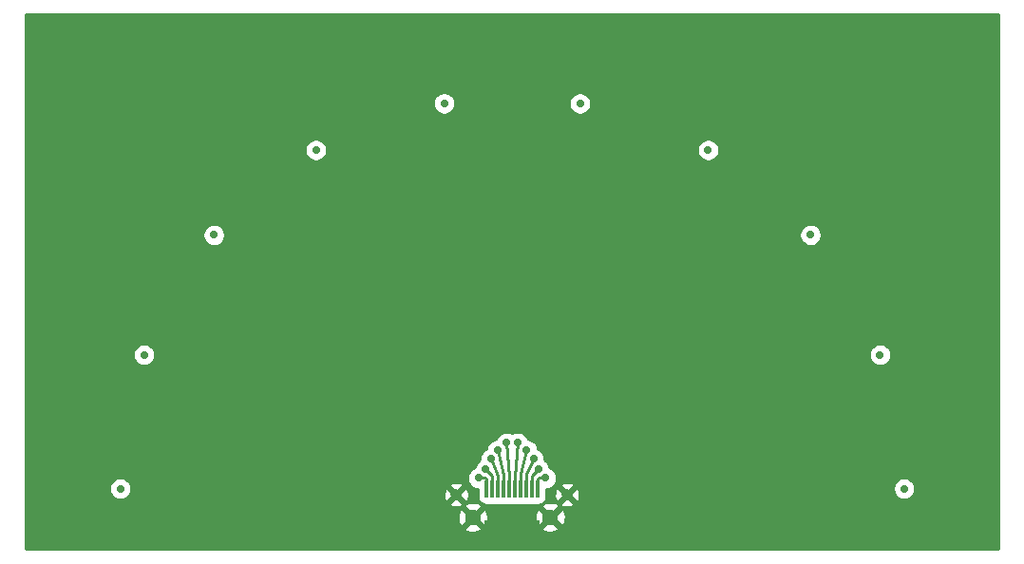
<source format=gbr>
G04 #@! TF.GenerationSoftware,KiCad,Pcbnew,(6.0.0-rc1-dev-305-gf0b8b2136)*
G04 #@! TF.CreationDate,2019-08-12T13:44:36-06:00*
G04 #@! TF.ProjectId,Station05,53746174696F6E30352E6B696361645F,rev?*
G04 #@! TF.SameCoordinates,Original*
G04 #@! TF.FileFunction,Copper,L4,Bot,Signal*
G04 #@! TF.FilePolarity,Positive*
%FSLAX46Y46*%
G04 Gerber Fmt 4.6, Leading zero omitted, Abs format (unit mm)*
G04 Created by KiCad (PCBNEW (6.0.0-rc1-dev-305-gf0b8b2136)) date 08/12/19 13:44:36*
%MOMM*%
%LPD*%
G01*
G04 APERTURE LIST*
G04 #@! TA.AperFunction,ComponentPad*
%ADD10C,1.450000*%
G04 #@! TD*
G04 #@! TA.AperFunction,ComponentPad*
%ADD11C,1.000000*%
G04 #@! TD*
G04 #@! TA.AperFunction,SMDPad,CuDef*
%ADD12R,0.300000X1.500000*%
G04 #@! TD*
G04 #@! TA.AperFunction,ViaPad*
%ADD13C,0.800000*%
G04 #@! TD*
G04 #@! TA.AperFunction,ViaPad*
%ADD14C,1.200000*%
G04 #@! TD*
G04 #@! TA.AperFunction,ViaPad*
%ADD15C,0.711200*%
G04 #@! TD*
G04 #@! TA.AperFunction,Conductor*
%ADD16C,0.250000*%
G04 #@! TD*
G04 #@! TA.AperFunction,Conductor*
%ADD17C,0.254000*%
G04 #@! TD*
G04 APERTURE END LIST*
D10*
G04 #@! TO.P,U11,21*
G04 #@! TO.N,GND*
X136500000Y-102490000D03*
X143420000Y-102490000D03*
D11*
X135025000Y-100490000D03*
X144895000Y-100490000D03*
D12*
G04 #@! TO.P,U11,20*
G04 #@! TO.N,Net-(U10-Pad1)*
X142250000Y-100000000D03*
G04 #@! TO.P,U11,19*
G04 #@! TO.N,GND*
X142250000Y-103500000D03*
G04 #@! TO.P,U11,18*
G04 #@! TO.N,Net-(U11-Pad18)*
X141750000Y-100000000D03*
G04 #@! TO.P,U11,17*
G04 #@! TO.N,GND*
X141750000Y-103500000D03*
G04 #@! TO.P,U11,16*
G04 #@! TO.N,Net-(U11-Pad16)*
X141250000Y-100000000D03*
G04 #@! TO.P,U11,15*
G04 #@! TO.N,GND*
X141250000Y-103500000D03*
G04 #@! TO.P,U11,14*
G04 #@! TO.N,Net-(U11-Pad14)*
X140750000Y-100000000D03*
G04 #@! TO.P,U11,13*
G04 #@! TO.N,GND*
X140750000Y-103500000D03*
G04 #@! TO.P,U11,12*
G04 #@! TO.N,Net-(U11-Pad12)*
X140250000Y-100000000D03*
G04 #@! TO.P,U11,11*
G04 #@! TO.N,GND*
X140250000Y-103500000D03*
G04 #@! TO.P,U11,10*
G04 #@! TO.N,Net-(U11-Pad10)*
X139750000Y-100000000D03*
G04 #@! TO.P,U11,9*
G04 #@! TO.N,GND*
X139750000Y-103500000D03*
G04 #@! TO.P,U11,8*
G04 #@! TO.N,Net-(U11-Pad8)*
X139250000Y-100000000D03*
G04 #@! TO.P,U11,7*
G04 #@! TO.N,GND*
X139250000Y-103500000D03*
G04 #@! TO.P,U11,6*
G04 #@! TO.N,Net-(U11-Pad6)*
X138750000Y-100000000D03*
G04 #@! TO.P,U11,5*
G04 #@! TO.N,GND*
X138750000Y-103500000D03*
G04 #@! TO.P,U11,4*
G04 #@! TO.N,Net-(U11-Pad4)*
X138250000Y-100000000D03*
G04 #@! TO.P,U11,3*
G04 #@! TO.N,GND*
X138250000Y-103500000D03*
G04 #@! TO.P,U11,2*
G04 #@! TO.N,Net-(U1-Pad1)*
X137750000Y-100000000D03*
G04 #@! TO.P,U11,1*
G04 #@! TO.N,GND*
X137750000Y-103500000D03*
G04 #@! TD*
D13*
G04 #@! TO.N,GND*
X132371500Y-97873160D03*
X133591500Y-95383160D03*
X135261500Y-93293160D03*
X123571500Y-73253160D03*
X137441500Y-91763160D03*
X147301500Y-97873160D03*
X146461500Y-95363160D03*
X144191500Y-96613160D03*
X135431500Y-68763160D03*
X135844376Y-71023160D03*
X136260906Y-73303160D03*
X136666475Y-75523160D03*
X137061082Y-77683160D03*
X137457516Y-79853160D03*
X137852123Y-82013160D03*
X138257692Y-84233160D03*
X139991500Y-91223160D03*
X138672395Y-86503160D03*
X139098059Y-88833160D03*
X139987751Y-93703160D03*
X143776351Y-73303160D03*
X143365920Y-75513160D03*
X144191639Y-71023160D03*
X144619500Y-68763160D03*
X140892186Y-88833160D03*
X141324904Y-86503160D03*
X141746479Y-84233160D03*
X142158767Y-82013160D03*
X142559913Y-79853160D03*
X142962916Y-77683160D03*
X146291500Y-69053160D03*
X145874287Y-71323160D03*
X145449721Y-73633160D03*
X145045373Y-75833160D03*
X144653890Y-77963160D03*
X144251380Y-80153160D03*
X143859898Y-82283160D03*
X143440847Y-84563160D03*
X143032824Y-86783160D03*
X142595394Y-89163160D03*
X141761500Y-94033160D03*
X144339420Y-89883160D03*
X145606899Y-87783160D03*
X146795915Y-85813160D03*
X148045287Y-83743160D03*
X149155840Y-81903160D03*
X150296571Y-80013160D03*
X151437302Y-78123160D03*
X152632354Y-76143160D03*
X153700658Y-74373160D03*
X142611500Y-91783160D03*
X155171500Y-75223160D03*
X154097144Y-77013160D03*
X152908750Y-78993160D03*
X151750365Y-80923160D03*
X150627992Y-82793160D03*
X149505619Y-84663160D03*
X148281212Y-86703160D03*
X147062807Y-88733160D03*
X145772378Y-90883160D03*
X147041500Y-92048506D03*
X149021500Y-90410498D03*
X150841500Y-88904854D03*
X152651500Y-87407482D03*
X154411500Y-85951473D03*
X156121500Y-84536828D03*
X157871500Y-83033160D03*
X159681500Y-81513160D03*
X161491500Y-80053160D03*
X163201500Y-78643160D03*
X144711500Y-93413160D03*
X143161500Y-95163160D03*
X156281500Y-73433160D03*
D14*
X124375937Y-70991070D03*
X106091874Y-102660000D03*
X100771874Y-102660000D03*
X106091874Y-97340000D03*
X100771874Y-97340000D03*
X102977200Y-90152960D03*
X108297200Y-90152960D03*
X108297200Y-84832960D03*
X102977200Y-84832960D03*
X114647190Y-79154460D03*
X119055937Y-70991070D03*
X124375937Y-65671070D03*
X119055937Y-65671070D03*
X109327190Y-79154460D03*
X114647190Y-73834460D03*
X109327190Y-73834460D03*
X130990010Y-66647430D03*
X136310010Y-66647430D03*
X136310010Y-61327430D03*
X130990010Y-61327430D03*
X143689990Y-66647430D03*
X149009990Y-66647430D03*
X149009990Y-61327430D03*
X143689990Y-61327430D03*
X155624063Y-70991070D03*
X160944063Y-70991070D03*
X160944063Y-65671070D03*
X155624063Y-65671070D03*
X165352810Y-79154460D03*
X170672810Y-79154460D03*
X170672810Y-73834460D03*
X165352810Y-73834460D03*
X171702800Y-90152960D03*
X177022800Y-90152960D03*
X177022800Y-84832960D03*
X171702800Y-84832960D03*
X173908126Y-102660000D03*
X179228126Y-102660000D03*
X173908126Y-97340000D03*
X179228126Y-97340000D03*
D13*
X162551500Y-81293160D03*
X160771500Y-82766914D03*
X158961500Y-84265505D03*
X157191500Y-85730978D03*
X155481500Y-87146774D03*
X153721500Y-88603969D03*
X151941500Y-90077722D03*
X150111500Y-91592874D03*
X148081500Y-93273616D03*
X149111500Y-95104947D03*
X151781500Y-94209291D03*
X154041500Y-93451170D03*
X156381500Y-92666213D03*
X158641500Y-91908091D03*
X160851500Y-91166742D03*
X162971500Y-90455583D03*
X165181500Y-89714234D03*
X167341500Y-88989657D03*
X169411500Y-88295271D03*
X171481500Y-87600885D03*
X167831500Y-90483160D03*
X165651500Y-91206511D03*
X163421500Y-91946452D03*
X161321500Y-92643259D03*
X159111500Y-93393160D03*
X156881500Y-94163160D03*
X154531500Y-94943160D03*
X152261500Y-95683160D03*
X149591500Y-96603160D03*
X144691500Y-98273160D03*
X149691500Y-98442859D03*
X152621500Y-98526724D03*
X155041500Y-98595992D03*
X157391500Y-98663256D03*
X159751500Y-98730807D03*
X162131500Y-98798930D03*
X164461500Y-98865622D03*
X166901500Y-98935463D03*
X169291500Y-99003873D03*
X171681500Y-99072283D03*
X171641500Y-100683160D03*
X169221500Y-100608813D03*
X166861500Y-100536309D03*
X164431500Y-100461654D03*
X162111500Y-100390380D03*
X159711500Y-100316648D03*
X157371500Y-100244759D03*
X155001500Y-100171947D03*
X152561500Y-100096985D03*
X149661500Y-100027277D03*
X147481500Y-99960303D03*
X133681500Y-69103160D03*
X134519466Y-73643160D03*
X134931066Y-75873160D03*
X134096792Y-71353160D03*
X135326055Y-78013160D03*
X135726580Y-80183160D03*
X136128951Y-82363160D03*
X136538706Y-84583160D03*
X136955843Y-86843160D03*
X137384056Y-89163160D03*
X138221500Y-94003160D03*
X135726467Y-89793160D03*
X134506542Y-87793160D03*
X133311015Y-85833160D03*
X132109389Y-83863160D03*
X130968759Y-81993160D03*
X129809829Y-80093160D03*
X128650899Y-78193160D03*
X127485871Y-76283160D03*
X126290345Y-74323160D03*
X124761500Y-75263160D03*
X125959150Y-77233160D03*
X127102084Y-79113160D03*
X128251098Y-81003160D03*
X129418350Y-82923160D03*
X130555205Y-84793160D03*
X131758934Y-86773160D03*
X132950505Y-88733160D03*
X134166392Y-90733160D03*
X136811500Y-95123160D03*
X132861500Y-91852187D03*
X131021500Y-90328493D03*
X129221500Y-88837923D03*
X127421500Y-87347353D03*
X125691500Y-85914750D03*
X123921500Y-84449023D03*
X122201500Y-83024701D03*
X120471500Y-81592098D03*
X118701500Y-80126372D03*
X116861500Y-78602679D03*
X117611500Y-81463160D03*
X119361500Y-82916350D03*
X121081500Y-84344627D03*
X122821500Y-85789512D03*
X124571500Y-87242703D03*
X126281500Y-88662677D03*
X128091500Y-90165691D03*
X129871500Y-91643792D03*
X131751500Y-93204934D03*
X135791500Y-96559727D03*
X130741500Y-94886066D03*
X128381500Y-94103920D03*
X126101500Y-93348286D03*
X123911500Y-92622480D03*
X121771500Y-91913244D03*
X119591500Y-91190752D03*
X115141500Y-89715941D03*
X112831500Y-88950366D03*
X110581500Y-88204675D03*
X108341500Y-87462298D03*
X117381500Y-90458318D03*
X112271500Y-90643160D03*
X114571500Y-91411417D03*
X116781500Y-92149612D03*
X118991500Y-92887807D03*
X121231500Y-93636022D03*
X123401500Y-94360856D03*
X125531500Y-95072330D03*
X127851500Y-95847267D03*
X130191500Y-96628885D03*
X108711500Y-99008860D03*
X135011500Y-98238885D03*
X117971500Y-98737759D03*
X113281500Y-98875066D03*
X115611500Y-98806852D03*
X110951500Y-98943280D03*
X120321500Y-98668960D03*
X122681500Y-98599867D03*
X124991500Y-98532238D03*
X127411500Y-98461389D03*
X129931500Y-98387611D03*
X108771500Y-100693160D03*
X111001500Y-100626891D03*
X113311500Y-100558245D03*
X115661500Y-100488410D03*
X118021500Y-100418278D03*
X120391500Y-100347849D03*
X125021500Y-100210258D03*
X127441500Y-100138343D03*
X129941500Y-100064050D03*
X132391500Y-99991243D03*
X122731500Y-100278310D03*
D15*
G04 #@! TO.N,Net-(U1-Pad1)*
X137000000Y-99000000D03*
X105081500Y-99950857D03*
G04 #@! TO.N,Net-(U11-Pad4)*
X137642600Y-98216720D03*
X107201500Y-88017095D03*
G04 #@! TO.N,Net-(U11-Pad6)*
X138100000Y-97300000D03*
X113421500Y-77327554D03*
G04 #@! TO.N,Net-(U11-Pad8)*
X138700000Y-96500000D03*
X122529321Y-69753160D03*
G04 #@! TO.N,Net-(U11-Pad10)*
X139500000Y-95864680D03*
X133944687Y-65593160D03*
G04 #@! TO.N,Net-(U11-Pad12)*
X140500000Y-95851980D03*
X146053360Y-65603160D03*
G04 #@! TO.N,Net-(U11-Pad14)*
X141300000Y-96500000D03*
X157458830Y-69753160D03*
G04 #@! TO.N,Net-(U11-Pad16)*
X141900000Y-97300000D03*
X166591500Y-77317344D03*
G04 #@! TO.N,Net-(U11-Pad18)*
X142346680Y-98183700D03*
X172801500Y-88014305D03*
G04 #@! TO.N,Net-(U10-Pad1)*
X143000000Y-99000000D03*
X174941500Y-99954737D03*
G04 #@! TD*
D16*
G04 #@! TO.N,GND*
X146291500Y-69053160D02*
X146291500Y-69053160D01*
X155171500Y-75223160D02*
X155171500Y-75223160D01*
X163221500Y-78663160D02*
X163221500Y-78663160D01*
X162551500Y-81293160D02*
X162551500Y-81293160D01*
G04 #@! TO.N,Net-(U1-Pad1)*
X137750000Y-100000000D02*
X137750000Y-99131840D01*
X137618160Y-99000000D02*
X137000000Y-99000000D01*
X137750000Y-99131840D02*
X137618160Y-99000000D01*
G04 #@! TO.N,Net-(U11-Pad4)*
X138250000Y-98824120D02*
X137642600Y-98216720D01*
X138250000Y-100000000D02*
X138250000Y-98824120D01*
G04 #@! TO.N,Net-(U11-Pad6)*
X138750000Y-100000000D02*
X138751500Y-98833160D01*
X138751500Y-98833160D02*
X138100000Y-97300000D01*
G04 #@! TO.N,Net-(U11-Pad8)*
X139250000Y-100000000D02*
X139251500Y-98733160D01*
X139251500Y-98733160D02*
X138700000Y-96500000D01*
G04 #@! TO.N,Net-(U11-Pad10)*
X139750000Y-100000000D02*
X139751500Y-98883160D01*
X139751500Y-98883160D02*
X139500000Y-95864680D01*
G04 #@! TO.N,Net-(U11-Pad12)*
X140250000Y-100000000D02*
X140251500Y-98883160D01*
X140251500Y-98883160D02*
X140500000Y-95851980D01*
G04 #@! TO.N,Net-(U11-Pad14)*
X140750000Y-100000000D02*
X140751500Y-98603160D01*
X140751500Y-98603160D02*
X141300000Y-96500000D01*
G04 #@! TO.N,Net-(U11-Pad16)*
X141250000Y-100000000D02*
X141251500Y-98813160D01*
X141251500Y-98813160D02*
X141251500Y-98663160D01*
X141251500Y-98663160D02*
X141900000Y-97300000D01*
G04 #@! TO.N,Net-(U11-Pad18)*
X141750000Y-98780380D02*
X142346680Y-98183700D01*
X141750000Y-100000000D02*
X141750000Y-98780380D01*
G04 #@! TO.N,Net-(U10-Pad1)*
X142250000Y-100000000D02*
X142250000Y-99113500D01*
X142363500Y-99000000D02*
X143000000Y-99000000D01*
X142250000Y-99113500D02*
X142363500Y-99000000D01*
G04 #@! TD*
D17*
G04 #@! TO.N,GND*
G36*
X183340000Y-105343160D02*
X96660000Y-105343160D01*
X96660000Y-103429133D01*
X135740472Y-103429133D01*
X135802965Y-103665450D01*
X136045678Y-103778850D01*
X136305849Y-103842719D01*
X136573482Y-103854604D01*
X136838291Y-103814048D01*
X137090100Y-103722609D01*
X137197035Y-103665450D01*
X137259528Y-103429133D01*
X142660472Y-103429133D01*
X142722965Y-103665450D01*
X142965678Y-103778850D01*
X143225849Y-103842719D01*
X143493482Y-103854604D01*
X143758291Y-103814048D01*
X144010100Y-103722609D01*
X144117035Y-103665450D01*
X144179528Y-103429133D01*
X143420000Y-102669605D01*
X142660472Y-103429133D01*
X137259528Y-103429133D01*
X136500000Y-102669605D01*
X135740472Y-103429133D01*
X96660000Y-103429133D01*
X96660000Y-102563482D01*
X135135396Y-102563482D01*
X135175952Y-102828291D01*
X135267391Y-103080100D01*
X135324550Y-103187035D01*
X135560867Y-103249528D01*
X136320395Y-102490000D01*
X136679605Y-102490000D01*
X137439133Y-103249528D01*
X137675450Y-103187035D01*
X137788850Y-102944322D01*
X137852719Y-102684151D01*
X137858077Y-102563482D01*
X142055396Y-102563482D01*
X142095952Y-102828291D01*
X142187391Y-103080100D01*
X142244550Y-103187035D01*
X142480867Y-103249528D01*
X143240395Y-102490000D01*
X143599605Y-102490000D01*
X144359133Y-103249528D01*
X144595450Y-103187035D01*
X144708850Y-102944322D01*
X144772719Y-102684151D01*
X144784604Y-102416518D01*
X144744048Y-102151709D01*
X144652609Y-101899900D01*
X144595450Y-101792965D01*
X144359133Y-101730472D01*
X143599605Y-102490000D01*
X143240395Y-102490000D01*
X142480867Y-101730472D01*
X142244550Y-101792965D01*
X142131150Y-102035678D01*
X142067281Y-102295849D01*
X142055396Y-102563482D01*
X137858077Y-102563482D01*
X137864604Y-102416518D01*
X137824048Y-102151709D01*
X137732609Y-101899900D01*
X137675450Y-101792965D01*
X137439133Y-101730472D01*
X136679605Y-102490000D01*
X136320395Y-102490000D01*
X135560867Y-101730472D01*
X135324550Y-101792965D01*
X135211150Y-102035678D01*
X135147281Y-102295849D01*
X135135396Y-102563482D01*
X96660000Y-102563482D01*
X96660000Y-101268166D01*
X134426439Y-101268166D01*
X134461550Y-101481588D01*
X134665826Y-101572458D01*
X134883905Y-101621731D01*
X135107406Y-101627511D01*
X135327740Y-101589577D01*
X135428485Y-101550867D01*
X135740472Y-101550867D01*
X136500000Y-102310395D01*
X137259528Y-101550867D01*
X142660472Y-101550867D01*
X143420000Y-102310395D01*
X144179528Y-101550867D01*
X144117035Y-101314550D01*
X144017759Y-101268166D01*
X144296439Y-101268166D01*
X144331550Y-101481588D01*
X144535826Y-101572458D01*
X144753905Y-101621731D01*
X144977406Y-101627511D01*
X145197740Y-101589577D01*
X145406440Y-101509387D01*
X145458450Y-101481588D01*
X145493561Y-101268166D01*
X144895000Y-100669605D01*
X144296439Y-101268166D01*
X144017759Y-101268166D01*
X143874322Y-101201150D01*
X143614151Y-101137281D01*
X143346518Y-101125396D01*
X143081709Y-101165952D01*
X142829900Y-101257391D01*
X142722965Y-101314550D01*
X142660472Y-101550867D01*
X137259528Y-101550867D01*
X137197035Y-101314550D01*
X136954322Y-101201150D01*
X136694151Y-101137281D01*
X136426518Y-101125396D01*
X136161709Y-101165952D01*
X135909900Y-101257391D01*
X135802965Y-101314550D01*
X135740472Y-101550867D01*
X135428485Y-101550867D01*
X135536440Y-101509387D01*
X135588450Y-101481588D01*
X135623561Y-101268166D01*
X135025000Y-100669605D01*
X134426439Y-101268166D01*
X96660000Y-101268166D01*
X96660000Y-99853291D01*
X104090900Y-99853291D01*
X104090900Y-100048423D01*
X104128968Y-100239804D01*
X104203642Y-100420082D01*
X104312051Y-100582328D01*
X104450029Y-100720306D01*
X104612275Y-100828715D01*
X104792553Y-100903389D01*
X104983934Y-100941457D01*
X105179066Y-100941457D01*
X105370447Y-100903389D01*
X105550725Y-100828715D01*
X105712971Y-100720306D01*
X105850949Y-100582328D01*
X105857578Y-100572406D01*
X133887489Y-100572406D01*
X133925423Y-100792740D01*
X134005613Y-101001440D01*
X134033412Y-101053450D01*
X134246834Y-101088561D01*
X134845395Y-100490000D01*
X135204605Y-100490000D01*
X135803166Y-101088561D01*
X136016588Y-101053450D01*
X136107458Y-100849174D01*
X136156731Y-100631095D01*
X136162511Y-100407594D01*
X136124577Y-100187260D01*
X136044387Y-99978560D01*
X136016588Y-99926550D01*
X135803166Y-99891439D01*
X135204605Y-100490000D01*
X134845395Y-100490000D01*
X134246834Y-99891439D01*
X134033412Y-99926550D01*
X133942542Y-100130826D01*
X133893269Y-100348905D01*
X133887489Y-100572406D01*
X105857578Y-100572406D01*
X105959358Y-100420082D01*
X106034032Y-100239804D01*
X106072100Y-100048423D01*
X106072100Y-99853291D01*
X106043963Y-99711834D01*
X134426439Y-99711834D01*
X135025000Y-100310395D01*
X135623561Y-99711834D01*
X135588450Y-99498412D01*
X135384174Y-99407542D01*
X135166095Y-99358269D01*
X134942594Y-99352489D01*
X134722260Y-99390423D01*
X134513560Y-99470613D01*
X134461550Y-99498412D01*
X134426439Y-99711834D01*
X106043963Y-99711834D01*
X106034032Y-99661910D01*
X105959358Y-99481632D01*
X105850949Y-99319386D01*
X105712971Y-99181408D01*
X105550725Y-99072999D01*
X105370447Y-98998325D01*
X105179066Y-98960257D01*
X104983934Y-98960257D01*
X104792553Y-98998325D01*
X104612275Y-99072999D01*
X104450029Y-99181408D01*
X104312051Y-99319386D01*
X104203642Y-99481632D01*
X104128968Y-99661910D01*
X104090900Y-99853291D01*
X96660000Y-99853291D01*
X96660000Y-98902434D01*
X136009400Y-98902434D01*
X136009400Y-99097566D01*
X136047468Y-99288947D01*
X136122142Y-99469225D01*
X136230551Y-99631471D01*
X136368529Y-99769449D01*
X136530775Y-99877858D01*
X136711053Y-99952532D01*
X136902434Y-99990600D01*
X136961928Y-99990600D01*
X136961928Y-100750000D01*
X136974188Y-100874482D01*
X137010498Y-100994180D01*
X137069463Y-101104494D01*
X137148815Y-101201185D01*
X137245506Y-101280537D01*
X137355820Y-101339502D01*
X137475518Y-101375812D01*
X137600000Y-101388072D01*
X137900000Y-101388072D01*
X138000000Y-101378223D01*
X138100000Y-101388072D01*
X138400000Y-101388072D01*
X138500000Y-101378223D01*
X138600000Y-101388072D01*
X138900000Y-101388072D01*
X139000000Y-101378223D01*
X139100000Y-101388072D01*
X139400000Y-101388072D01*
X139500000Y-101378223D01*
X139600000Y-101388072D01*
X139900000Y-101388072D01*
X140000000Y-101378223D01*
X140100000Y-101388072D01*
X140400000Y-101388072D01*
X140500000Y-101378223D01*
X140600000Y-101388072D01*
X140900000Y-101388072D01*
X141000000Y-101378223D01*
X141100000Y-101388072D01*
X141400000Y-101388072D01*
X141500000Y-101378223D01*
X141600000Y-101388072D01*
X141900000Y-101388072D01*
X142000000Y-101378223D01*
X142100000Y-101388072D01*
X142400000Y-101388072D01*
X142524482Y-101375812D01*
X142644180Y-101339502D01*
X142754494Y-101280537D01*
X142851185Y-101201185D01*
X142930537Y-101104494D01*
X142989502Y-100994180D01*
X143025812Y-100874482D01*
X143038072Y-100750000D01*
X143038072Y-100572406D01*
X143757489Y-100572406D01*
X143795423Y-100792740D01*
X143875613Y-101001440D01*
X143903412Y-101053450D01*
X144116834Y-101088561D01*
X144715395Y-100490000D01*
X145074605Y-100490000D01*
X145673166Y-101088561D01*
X145886588Y-101053450D01*
X145977458Y-100849174D01*
X146026731Y-100631095D01*
X146032511Y-100407594D01*
X145994577Y-100187260D01*
X145914387Y-99978560D01*
X145886588Y-99926550D01*
X145673166Y-99891439D01*
X145074605Y-100490000D01*
X144715395Y-100490000D01*
X144116834Y-99891439D01*
X143903412Y-99926550D01*
X143812542Y-100130826D01*
X143763269Y-100348905D01*
X143757489Y-100572406D01*
X143038072Y-100572406D01*
X143038072Y-99990600D01*
X143097566Y-99990600D01*
X143288947Y-99952532D01*
X143469225Y-99877858D01*
X143631471Y-99769449D01*
X143689086Y-99711834D01*
X144296439Y-99711834D01*
X144895000Y-100310395D01*
X145348224Y-99857171D01*
X173950900Y-99857171D01*
X173950900Y-100052303D01*
X173988968Y-100243684D01*
X174063642Y-100423962D01*
X174172051Y-100586208D01*
X174310029Y-100724186D01*
X174472275Y-100832595D01*
X174652553Y-100907269D01*
X174843934Y-100945337D01*
X175039066Y-100945337D01*
X175230447Y-100907269D01*
X175410725Y-100832595D01*
X175572971Y-100724186D01*
X175710949Y-100586208D01*
X175819358Y-100423962D01*
X175894032Y-100243684D01*
X175932100Y-100052303D01*
X175932100Y-99857171D01*
X175894032Y-99665790D01*
X175819358Y-99485512D01*
X175710949Y-99323266D01*
X175572971Y-99185288D01*
X175410725Y-99076879D01*
X175230447Y-99002205D01*
X175039066Y-98964137D01*
X174843934Y-98964137D01*
X174652553Y-99002205D01*
X174472275Y-99076879D01*
X174310029Y-99185288D01*
X174172051Y-99323266D01*
X174063642Y-99485512D01*
X173988968Y-99665790D01*
X173950900Y-99857171D01*
X145348224Y-99857171D01*
X145493561Y-99711834D01*
X145458450Y-99498412D01*
X145254174Y-99407542D01*
X145036095Y-99358269D01*
X144812594Y-99352489D01*
X144592260Y-99390423D01*
X144383560Y-99470613D01*
X144331550Y-99498412D01*
X144296439Y-99711834D01*
X143689086Y-99711834D01*
X143769449Y-99631471D01*
X143877858Y-99469225D01*
X143952532Y-99288947D01*
X143990600Y-99097566D01*
X143990600Y-98902434D01*
X143952532Y-98711053D01*
X143877858Y-98530775D01*
X143769449Y-98368529D01*
X143631471Y-98230551D01*
X143469225Y-98122142D01*
X143333238Y-98065814D01*
X143299212Y-97894753D01*
X143224538Y-97714475D01*
X143116129Y-97552229D01*
X142978151Y-97414251D01*
X142890600Y-97355751D01*
X142890600Y-97202434D01*
X142852532Y-97011053D01*
X142777858Y-96830775D01*
X142669449Y-96668529D01*
X142531471Y-96530551D01*
X142369225Y-96422142D01*
X142287812Y-96388420D01*
X142252532Y-96211053D01*
X142177858Y-96030775D01*
X142069449Y-95868529D01*
X141931471Y-95730551D01*
X141769225Y-95622142D01*
X141588947Y-95547468D01*
X141433257Y-95516499D01*
X141377858Y-95382755D01*
X141269449Y-95220509D01*
X141131471Y-95082531D01*
X140969225Y-94974122D01*
X140788947Y-94899448D01*
X140597566Y-94861380D01*
X140402434Y-94861380D01*
X140211053Y-94899448D01*
X140030775Y-94974122D01*
X139990497Y-95001035D01*
X139969225Y-94986822D01*
X139788947Y-94912148D01*
X139597566Y-94874080D01*
X139402434Y-94874080D01*
X139211053Y-94912148D01*
X139030775Y-94986822D01*
X138868529Y-95095231D01*
X138730551Y-95233209D01*
X138622142Y-95395455D01*
X138572476Y-95515359D01*
X138411053Y-95547468D01*
X138230775Y-95622142D01*
X138068529Y-95730551D01*
X137930551Y-95868529D01*
X137822142Y-96030775D01*
X137747468Y-96211053D01*
X137712188Y-96388420D01*
X137630775Y-96422142D01*
X137468529Y-96530551D01*
X137330551Y-96668529D01*
X137222142Y-96830775D01*
X137147468Y-97011053D01*
X137109400Y-97202434D01*
X137109400Y-97381609D01*
X137011129Y-97447271D01*
X136873151Y-97585249D01*
X136764742Y-97747495D01*
X136690068Y-97927773D01*
X136662237Y-98067688D01*
X136530775Y-98122142D01*
X136368529Y-98230551D01*
X136230551Y-98368529D01*
X136122142Y-98530775D01*
X136047468Y-98711053D01*
X136009400Y-98902434D01*
X96660000Y-98902434D01*
X96660000Y-87919529D01*
X106210900Y-87919529D01*
X106210900Y-88114661D01*
X106248968Y-88306042D01*
X106323642Y-88486320D01*
X106432051Y-88648566D01*
X106570029Y-88786544D01*
X106732275Y-88894953D01*
X106912553Y-88969627D01*
X107103934Y-89007695D01*
X107299066Y-89007695D01*
X107490447Y-88969627D01*
X107670725Y-88894953D01*
X107832971Y-88786544D01*
X107970949Y-88648566D01*
X108079358Y-88486320D01*
X108154032Y-88306042D01*
X108192100Y-88114661D01*
X108192100Y-87919529D01*
X108191546Y-87916739D01*
X171810900Y-87916739D01*
X171810900Y-88111871D01*
X171848968Y-88303252D01*
X171923642Y-88483530D01*
X172032051Y-88645776D01*
X172170029Y-88783754D01*
X172332275Y-88892163D01*
X172512553Y-88966837D01*
X172703934Y-89004905D01*
X172899066Y-89004905D01*
X173090447Y-88966837D01*
X173270725Y-88892163D01*
X173432971Y-88783754D01*
X173570949Y-88645776D01*
X173679358Y-88483530D01*
X173754032Y-88303252D01*
X173792100Y-88111871D01*
X173792100Y-87916739D01*
X173754032Y-87725358D01*
X173679358Y-87545080D01*
X173570949Y-87382834D01*
X173432971Y-87244856D01*
X173270725Y-87136447D01*
X173090447Y-87061773D01*
X172899066Y-87023705D01*
X172703934Y-87023705D01*
X172512553Y-87061773D01*
X172332275Y-87136447D01*
X172170029Y-87244856D01*
X172032051Y-87382834D01*
X171923642Y-87545080D01*
X171848968Y-87725358D01*
X171810900Y-87916739D01*
X108191546Y-87916739D01*
X108154032Y-87728148D01*
X108079358Y-87547870D01*
X107970949Y-87385624D01*
X107832971Y-87247646D01*
X107670725Y-87139237D01*
X107490447Y-87064563D01*
X107299066Y-87026495D01*
X107103934Y-87026495D01*
X106912553Y-87064563D01*
X106732275Y-87139237D01*
X106570029Y-87247646D01*
X106432051Y-87385624D01*
X106323642Y-87547870D01*
X106248968Y-87728148D01*
X106210900Y-87919529D01*
X96660000Y-87919529D01*
X96660000Y-77229988D01*
X112430900Y-77229988D01*
X112430900Y-77425120D01*
X112468968Y-77616501D01*
X112543642Y-77796779D01*
X112652051Y-77959025D01*
X112790029Y-78097003D01*
X112952275Y-78205412D01*
X113132553Y-78280086D01*
X113323934Y-78318154D01*
X113519066Y-78318154D01*
X113710447Y-78280086D01*
X113890725Y-78205412D01*
X114052971Y-78097003D01*
X114190949Y-77959025D01*
X114299358Y-77796779D01*
X114374032Y-77616501D01*
X114412100Y-77425120D01*
X114412100Y-77229988D01*
X114410070Y-77219778D01*
X165600900Y-77219778D01*
X165600900Y-77414910D01*
X165638968Y-77606291D01*
X165713642Y-77786569D01*
X165822051Y-77948815D01*
X165960029Y-78086793D01*
X166122275Y-78195202D01*
X166302553Y-78269876D01*
X166493934Y-78307944D01*
X166689066Y-78307944D01*
X166880447Y-78269876D01*
X167060725Y-78195202D01*
X167222971Y-78086793D01*
X167360949Y-77948815D01*
X167469358Y-77786569D01*
X167544032Y-77606291D01*
X167582100Y-77414910D01*
X167582100Y-77219778D01*
X167544032Y-77028397D01*
X167469358Y-76848119D01*
X167360949Y-76685873D01*
X167222971Y-76547895D01*
X167060725Y-76439486D01*
X166880447Y-76364812D01*
X166689066Y-76326744D01*
X166493934Y-76326744D01*
X166302553Y-76364812D01*
X166122275Y-76439486D01*
X165960029Y-76547895D01*
X165822051Y-76685873D01*
X165713642Y-76848119D01*
X165638968Y-77028397D01*
X165600900Y-77219778D01*
X114410070Y-77219778D01*
X114374032Y-77038607D01*
X114299358Y-76858329D01*
X114190949Y-76696083D01*
X114052971Y-76558105D01*
X113890725Y-76449696D01*
X113710447Y-76375022D01*
X113519066Y-76336954D01*
X113323934Y-76336954D01*
X113132553Y-76375022D01*
X112952275Y-76449696D01*
X112790029Y-76558105D01*
X112652051Y-76696083D01*
X112543642Y-76858329D01*
X112468968Y-77038607D01*
X112430900Y-77229988D01*
X96660000Y-77229988D01*
X96660000Y-69655594D01*
X121538721Y-69655594D01*
X121538721Y-69850726D01*
X121576789Y-70042107D01*
X121651463Y-70222385D01*
X121759872Y-70384631D01*
X121897850Y-70522609D01*
X122060096Y-70631018D01*
X122240374Y-70705692D01*
X122431755Y-70743760D01*
X122626887Y-70743760D01*
X122818268Y-70705692D01*
X122998546Y-70631018D01*
X123160792Y-70522609D01*
X123298770Y-70384631D01*
X123407179Y-70222385D01*
X123481853Y-70042107D01*
X123519921Y-69850726D01*
X123519921Y-69655594D01*
X156468230Y-69655594D01*
X156468230Y-69850726D01*
X156506298Y-70042107D01*
X156580972Y-70222385D01*
X156689381Y-70384631D01*
X156827359Y-70522609D01*
X156989605Y-70631018D01*
X157169883Y-70705692D01*
X157361264Y-70743760D01*
X157556396Y-70743760D01*
X157747777Y-70705692D01*
X157928055Y-70631018D01*
X158090301Y-70522609D01*
X158228279Y-70384631D01*
X158336688Y-70222385D01*
X158411362Y-70042107D01*
X158449430Y-69850726D01*
X158449430Y-69655594D01*
X158411362Y-69464213D01*
X158336688Y-69283935D01*
X158228279Y-69121689D01*
X158090301Y-68983711D01*
X157928055Y-68875302D01*
X157747777Y-68800628D01*
X157556396Y-68762560D01*
X157361264Y-68762560D01*
X157169883Y-68800628D01*
X156989605Y-68875302D01*
X156827359Y-68983711D01*
X156689381Y-69121689D01*
X156580972Y-69283935D01*
X156506298Y-69464213D01*
X156468230Y-69655594D01*
X123519921Y-69655594D01*
X123481853Y-69464213D01*
X123407179Y-69283935D01*
X123298770Y-69121689D01*
X123160792Y-68983711D01*
X122998546Y-68875302D01*
X122818268Y-68800628D01*
X122626887Y-68762560D01*
X122431755Y-68762560D01*
X122240374Y-68800628D01*
X122060096Y-68875302D01*
X121897850Y-68983711D01*
X121759872Y-69121689D01*
X121651463Y-69283935D01*
X121576789Y-69464213D01*
X121538721Y-69655594D01*
X96660000Y-69655594D01*
X96660000Y-65495594D01*
X132954087Y-65495594D01*
X132954087Y-65690726D01*
X132992155Y-65882107D01*
X133066829Y-66062385D01*
X133175238Y-66224631D01*
X133313216Y-66362609D01*
X133475462Y-66471018D01*
X133655740Y-66545692D01*
X133847121Y-66583760D01*
X134042253Y-66583760D01*
X134233634Y-66545692D01*
X134413912Y-66471018D01*
X134576158Y-66362609D01*
X134714136Y-66224631D01*
X134822545Y-66062385D01*
X134897219Y-65882107D01*
X134935287Y-65690726D01*
X134935287Y-65505594D01*
X145062760Y-65505594D01*
X145062760Y-65700726D01*
X145100828Y-65892107D01*
X145175502Y-66072385D01*
X145283911Y-66234631D01*
X145421889Y-66372609D01*
X145584135Y-66481018D01*
X145764413Y-66555692D01*
X145955794Y-66593760D01*
X146150926Y-66593760D01*
X146342307Y-66555692D01*
X146522585Y-66481018D01*
X146684831Y-66372609D01*
X146822809Y-66234631D01*
X146931218Y-66072385D01*
X147005892Y-65892107D01*
X147043960Y-65700726D01*
X147043960Y-65505594D01*
X147005892Y-65314213D01*
X146931218Y-65133935D01*
X146822809Y-64971689D01*
X146684831Y-64833711D01*
X146522585Y-64725302D01*
X146342307Y-64650628D01*
X146150926Y-64612560D01*
X145955794Y-64612560D01*
X145764413Y-64650628D01*
X145584135Y-64725302D01*
X145421889Y-64833711D01*
X145283911Y-64971689D01*
X145175502Y-65133935D01*
X145100828Y-65314213D01*
X145062760Y-65505594D01*
X134935287Y-65505594D01*
X134935287Y-65495594D01*
X134897219Y-65304213D01*
X134822545Y-65123935D01*
X134714136Y-64961689D01*
X134576158Y-64823711D01*
X134413912Y-64715302D01*
X134233634Y-64640628D01*
X134042253Y-64602560D01*
X133847121Y-64602560D01*
X133655740Y-64640628D01*
X133475462Y-64715302D01*
X133313216Y-64823711D01*
X133175238Y-64961689D01*
X133066829Y-65123935D01*
X132992155Y-65304213D01*
X132954087Y-65495594D01*
X96660000Y-65495594D01*
X96660000Y-57663160D01*
X183340001Y-57663160D01*
X183340000Y-105343160D01*
X183340000Y-105343160D01*
G37*
X183340000Y-105343160D02*
X96660000Y-105343160D01*
X96660000Y-103429133D01*
X135740472Y-103429133D01*
X135802965Y-103665450D01*
X136045678Y-103778850D01*
X136305849Y-103842719D01*
X136573482Y-103854604D01*
X136838291Y-103814048D01*
X137090100Y-103722609D01*
X137197035Y-103665450D01*
X137259528Y-103429133D01*
X142660472Y-103429133D01*
X142722965Y-103665450D01*
X142965678Y-103778850D01*
X143225849Y-103842719D01*
X143493482Y-103854604D01*
X143758291Y-103814048D01*
X144010100Y-103722609D01*
X144117035Y-103665450D01*
X144179528Y-103429133D01*
X143420000Y-102669605D01*
X142660472Y-103429133D01*
X137259528Y-103429133D01*
X136500000Y-102669605D01*
X135740472Y-103429133D01*
X96660000Y-103429133D01*
X96660000Y-102563482D01*
X135135396Y-102563482D01*
X135175952Y-102828291D01*
X135267391Y-103080100D01*
X135324550Y-103187035D01*
X135560867Y-103249528D01*
X136320395Y-102490000D01*
X136679605Y-102490000D01*
X137439133Y-103249528D01*
X137675450Y-103187035D01*
X137788850Y-102944322D01*
X137852719Y-102684151D01*
X137858077Y-102563482D01*
X142055396Y-102563482D01*
X142095952Y-102828291D01*
X142187391Y-103080100D01*
X142244550Y-103187035D01*
X142480867Y-103249528D01*
X143240395Y-102490000D01*
X143599605Y-102490000D01*
X144359133Y-103249528D01*
X144595450Y-103187035D01*
X144708850Y-102944322D01*
X144772719Y-102684151D01*
X144784604Y-102416518D01*
X144744048Y-102151709D01*
X144652609Y-101899900D01*
X144595450Y-101792965D01*
X144359133Y-101730472D01*
X143599605Y-102490000D01*
X143240395Y-102490000D01*
X142480867Y-101730472D01*
X142244550Y-101792965D01*
X142131150Y-102035678D01*
X142067281Y-102295849D01*
X142055396Y-102563482D01*
X137858077Y-102563482D01*
X137864604Y-102416518D01*
X137824048Y-102151709D01*
X137732609Y-101899900D01*
X137675450Y-101792965D01*
X137439133Y-101730472D01*
X136679605Y-102490000D01*
X136320395Y-102490000D01*
X135560867Y-101730472D01*
X135324550Y-101792965D01*
X135211150Y-102035678D01*
X135147281Y-102295849D01*
X135135396Y-102563482D01*
X96660000Y-102563482D01*
X96660000Y-101268166D01*
X134426439Y-101268166D01*
X134461550Y-101481588D01*
X134665826Y-101572458D01*
X134883905Y-101621731D01*
X135107406Y-101627511D01*
X135327740Y-101589577D01*
X135428485Y-101550867D01*
X135740472Y-101550867D01*
X136500000Y-102310395D01*
X137259528Y-101550867D01*
X142660472Y-101550867D01*
X143420000Y-102310395D01*
X144179528Y-101550867D01*
X144117035Y-101314550D01*
X144017759Y-101268166D01*
X144296439Y-101268166D01*
X144331550Y-101481588D01*
X144535826Y-101572458D01*
X144753905Y-101621731D01*
X144977406Y-101627511D01*
X145197740Y-101589577D01*
X145406440Y-101509387D01*
X145458450Y-101481588D01*
X145493561Y-101268166D01*
X144895000Y-100669605D01*
X144296439Y-101268166D01*
X144017759Y-101268166D01*
X143874322Y-101201150D01*
X143614151Y-101137281D01*
X143346518Y-101125396D01*
X143081709Y-101165952D01*
X142829900Y-101257391D01*
X142722965Y-101314550D01*
X142660472Y-101550867D01*
X137259528Y-101550867D01*
X137197035Y-101314550D01*
X136954322Y-101201150D01*
X136694151Y-101137281D01*
X136426518Y-101125396D01*
X136161709Y-101165952D01*
X135909900Y-101257391D01*
X135802965Y-101314550D01*
X135740472Y-101550867D01*
X135428485Y-101550867D01*
X135536440Y-101509387D01*
X135588450Y-101481588D01*
X135623561Y-101268166D01*
X135025000Y-100669605D01*
X134426439Y-101268166D01*
X96660000Y-101268166D01*
X96660000Y-99853291D01*
X104090900Y-99853291D01*
X104090900Y-100048423D01*
X104128968Y-100239804D01*
X104203642Y-100420082D01*
X104312051Y-100582328D01*
X104450029Y-100720306D01*
X104612275Y-100828715D01*
X104792553Y-100903389D01*
X104983934Y-100941457D01*
X105179066Y-100941457D01*
X105370447Y-100903389D01*
X105550725Y-100828715D01*
X105712971Y-100720306D01*
X105850949Y-100582328D01*
X105857578Y-100572406D01*
X133887489Y-100572406D01*
X133925423Y-100792740D01*
X134005613Y-101001440D01*
X134033412Y-101053450D01*
X134246834Y-101088561D01*
X134845395Y-100490000D01*
X135204605Y-100490000D01*
X135803166Y-101088561D01*
X136016588Y-101053450D01*
X136107458Y-100849174D01*
X136156731Y-100631095D01*
X136162511Y-100407594D01*
X136124577Y-100187260D01*
X136044387Y-99978560D01*
X136016588Y-99926550D01*
X135803166Y-99891439D01*
X135204605Y-100490000D01*
X134845395Y-100490000D01*
X134246834Y-99891439D01*
X134033412Y-99926550D01*
X133942542Y-100130826D01*
X133893269Y-100348905D01*
X133887489Y-100572406D01*
X105857578Y-100572406D01*
X105959358Y-100420082D01*
X106034032Y-100239804D01*
X106072100Y-100048423D01*
X106072100Y-99853291D01*
X106043963Y-99711834D01*
X134426439Y-99711834D01*
X135025000Y-100310395D01*
X135623561Y-99711834D01*
X135588450Y-99498412D01*
X135384174Y-99407542D01*
X135166095Y-99358269D01*
X134942594Y-99352489D01*
X134722260Y-99390423D01*
X134513560Y-99470613D01*
X134461550Y-99498412D01*
X134426439Y-99711834D01*
X106043963Y-99711834D01*
X106034032Y-99661910D01*
X105959358Y-99481632D01*
X105850949Y-99319386D01*
X105712971Y-99181408D01*
X105550725Y-99072999D01*
X105370447Y-98998325D01*
X105179066Y-98960257D01*
X104983934Y-98960257D01*
X104792553Y-98998325D01*
X104612275Y-99072999D01*
X104450029Y-99181408D01*
X104312051Y-99319386D01*
X104203642Y-99481632D01*
X104128968Y-99661910D01*
X104090900Y-99853291D01*
X96660000Y-99853291D01*
X96660000Y-98902434D01*
X136009400Y-98902434D01*
X136009400Y-99097566D01*
X136047468Y-99288947D01*
X136122142Y-99469225D01*
X136230551Y-99631471D01*
X136368529Y-99769449D01*
X136530775Y-99877858D01*
X136711053Y-99952532D01*
X136902434Y-99990600D01*
X136961928Y-99990600D01*
X136961928Y-100750000D01*
X136974188Y-100874482D01*
X137010498Y-100994180D01*
X137069463Y-101104494D01*
X137148815Y-101201185D01*
X137245506Y-101280537D01*
X137355820Y-101339502D01*
X137475518Y-101375812D01*
X137600000Y-101388072D01*
X137900000Y-101388072D01*
X138000000Y-101378223D01*
X138100000Y-101388072D01*
X138400000Y-101388072D01*
X138500000Y-101378223D01*
X138600000Y-101388072D01*
X138900000Y-101388072D01*
X139000000Y-101378223D01*
X139100000Y-101388072D01*
X139400000Y-101388072D01*
X139500000Y-101378223D01*
X139600000Y-101388072D01*
X139900000Y-101388072D01*
X140000000Y-101378223D01*
X140100000Y-101388072D01*
X140400000Y-101388072D01*
X140500000Y-101378223D01*
X140600000Y-101388072D01*
X140900000Y-101388072D01*
X141000000Y-101378223D01*
X141100000Y-101388072D01*
X141400000Y-101388072D01*
X141500000Y-101378223D01*
X141600000Y-101388072D01*
X141900000Y-101388072D01*
X142000000Y-101378223D01*
X142100000Y-101388072D01*
X142400000Y-101388072D01*
X142524482Y-101375812D01*
X142644180Y-101339502D01*
X142754494Y-101280537D01*
X142851185Y-101201185D01*
X142930537Y-101104494D01*
X142989502Y-100994180D01*
X143025812Y-100874482D01*
X143038072Y-100750000D01*
X143038072Y-100572406D01*
X143757489Y-100572406D01*
X143795423Y-100792740D01*
X143875613Y-101001440D01*
X143903412Y-101053450D01*
X144116834Y-101088561D01*
X144715395Y-100490000D01*
X145074605Y-100490000D01*
X145673166Y-101088561D01*
X145886588Y-101053450D01*
X145977458Y-100849174D01*
X146026731Y-100631095D01*
X146032511Y-100407594D01*
X145994577Y-100187260D01*
X145914387Y-99978560D01*
X145886588Y-99926550D01*
X145673166Y-99891439D01*
X145074605Y-100490000D01*
X144715395Y-100490000D01*
X144116834Y-99891439D01*
X143903412Y-99926550D01*
X143812542Y-100130826D01*
X143763269Y-100348905D01*
X143757489Y-100572406D01*
X143038072Y-100572406D01*
X143038072Y-99990600D01*
X143097566Y-99990600D01*
X143288947Y-99952532D01*
X143469225Y-99877858D01*
X143631471Y-99769449D01*
X143689086Y-99711834D01*
X144296439Y-99711834D01*
X144895000Y-100310395D01*
X145348224Y-99857171D01*
X173950900Y-99857171D01*
X173950900Y-100052303D01*
X173988968Y-100243684D01*
X174063642Y-100423962D01*
X174172051Y-100586208D01*
X174310029Y-100724186D01*
X174472275Y-100832595D01*
X174652553Y-100907269D01*
X174843934Y-100945337D01*
X175039066Y-100945337D01*
X175230447Y-100907269D01*
X175410725Y-100832595D01*
X175572971Y-100724186D01*
X175710949Y-100586208D01*
X175819358Y-100423962D01*
X175894032Y-100243684D01*
X175932100Y-100052303D01*
X175932100Y-99857171D01*
X175894032Y-99665790D01*
X175819358Y-99485512D01*
X175710949Y-99323266D01*
X175572971Y-99185288D01*
X175410725Y-99076879D01*
X175230447Y-99002205D01*
X175039066Y-98964137D01*
X174843934Y-98964137D01*
X174652553Y-99002205D01*
X174472275Y-99076879D01*
X174310029Y-99185288D01*
X174172051Y-99323266D01*
X174063642Y-99485512D01*
X173988968Y-99665790D01*
X173950900Y-99857171D01*
X145348224Y-99857171D01*
X145493561Y-99711834D01*
X145458450Y-99498412D01*
X145254174Y-99407542D01*
X145036095Y-99358269D01*
X144812594Y-99352489D01*
X144592260Y-99390423D01*
X144383560Y-99470613D01*
X144331550Y-99498412D01*
X144296439Y-99711834D01*
X143689086Y-99711834D01*
X143769449Y-99631471D01*
X143877858Y-99469225D01*
X143952532Y-99288947D01*
X143990600Y-99097566D01*
X143990600Y-98902434D01*
X143952532Y-98711053D01*
X143877858Y-98530775D01*
X143769449Y-98368529D01*
X143631471Y-98230551D01*
X143469225Y-98122142D01*
X143333238Y-98065814D01*
X143299212Y-97894753D01*
X143224538Y-97714475D01*
X143116129Y-97552229D01*
X142978151Y-97414251D01*
X142890600Y-97355751D01*
X142890600Y-97202434D01*
X142852532Y-97011053D01*
X142777858Y-96830775D01*
X142669449Y-96668529D01*
X142531471Y-96530551D01*
X142369225Y-96422142D01*
X142287812Y-96388420D01*
X142252532Y-96211053D01*
X142177858Y-96030775D01*
X142069449Y-95868529D01*
X141931471Y-95730551D01*
X141769225Y-95622142D01*
X141588947Y-95547468D01*
X141433257Y-95516499D01*
X141377858Y-95382755D01*
X141269449Y-95220509D01*
X141131471Y-95082531D01*
X140969225Y-94974122D01*
X140788947Y-94899448D01*
X140597566Y-94861380D01*
X140402434Y-94861380D01*
X140211053Y-94899448D01*
X140030775Y-94974122D01*
X139990497Y-95001035D01*
X139969225Y-94986822D01*
X139788947Y-94912148D01*
X139597566Y-94874080D01*
X139402434Y-94874080D01*
X139211053Y-94912148D01*
X139030775Y-94986822D01*
X138868529Y-95095231D01*
X138730551Y-95233209D01*
X138622142Y-95395455D01*
X138572476Y-95515359D01*
X138411053Y-95547468D01*
X138230775Y-95622142D01*
X138068529Y-95730551D01*
X137930551Y-95868529D01*
X137822142Y-96030775D01*
X137747468Y-96211053D01*
X137712188Y-96388420D01*
X137630775Y-96422142D01*
X137468529Y-96530551D01*
X137330551Y-96668529D01*
X137222142Y-96830775D01*
X137147468Y-97011053D01*
X137109400Y-97202434D01*
X137109400Y-97381609D01*
X137011129Y-97447271D01*
X136873151Y-97585249D01*
X136764742Y-97747495D01*
X136690068Y-97927773D01*
X136662237Y-98067688D01*
X136530775Y-98122142D01*
X136368529Y-98230551D01*
X136230551Y-98368529D01*
X136122142Y-98530775D01*
X136047468Y-98711053D01*
X136009400Y-98902434D01*
X96660000Y-98902434D01*
X96660000Y-87919529D01*
X106210900Y-87919529D01*
X106210900Y-88114661D01*
X106248968Y-88306042D01*
X106323642Y-88486320D01*
X106432051Y-88648566D01*
X106570029Y-88786544D01*
X106732275Y-88894953D01*
X106912553Y-88969627D01*
X107103934Y-89007695D01*
X107299066Y-89007695D01*
X107490447Y-88969627D01*
X107670725Y-88894953D01*
X107832971Y-88786544D01*
X107970949Y-88648566D01*
X108079358Y-88486320D01*
X108154032Y-88306042D01*
X108192100Y-88114661D01*
X108192100Y-87919529D01*
X108191546Y-87916739D01*
X171810900Y-87916739D01*
X171810900Y-88111871D01*
X171848968Y-88303252D01*
X171923642Y-88483530D01*
X172032051Y-88645776D01*
X172170029Y-88783754D01*
X172332275Y-88892163D01*
X172512553Y-88966837D01*
X172703934Y-89004905D01*
X172899066Y-89004905D01*
X173090447Y-88966837D01*
X173270725Y-88892163D01*
X173432971Y-88783754D01*
X173570949Y-88645776D01*
X173679358Y-88483530D01*
X173754032Y-88303252D01*
X173792100Y-88111871D01*
X173792100Y-87916739D01*
X173754032Y-87725358D01*
X173679358Y-87545080D01*
X173570949Y-87382834D01*
X173432971Y-87244856D01*
X173270725Y-87136447D01*
X173090447Y-87061773D01*
X172899066Y-87023705D01*
X172703934Y-87023705D01*
X172512553Y-87061773D01*
X172332275Y-87136447D01*
X172170029Y-87244856D01*
X172032051Y-87382834D01*
X171923642Y-87545080D01*
X171848968Y-87725358D01*
X171810900Y-87916739D01*
X108191546Y-87916739D01*
X108154032Y-87728148D01*
X108079358Y-87547870D01*
X107970949Y-87385624D01*
X107832971Y-87247646D01*
X107670725Y-87139237D01*
X107490447Y-87064563D01*
X107299066Y-87026495D01*
X107103934Y-87026495D01*
X106912553Y-87064563D01*
X106732275Y-87139237D01*
X106570029Y-87247646D01*
X106432051Y-87385624D01*
X106323642Y-87547870D01*
X106248968Y-87728148D01*
X106210900Y-87919529D01*
X96660000Y-87919529D01*
X96660000Y-77229988D01*
X112430900Y-77229988D01*
X112430900Y-77425120D01*
X112468968Y-77616501D01*
X112543642Y-77796779D01*
X112652051Y-77959025D01*
X112790029Y-78097003D01*
X112952275Y-78205412D01*
X113132553Y-78280086D01*
X113323934Y-78318154D01*
X113519066Y-78318154D01*
X113710447Y-78280086D01*
X113890725Y-78205412D01*
X114052971Y-78097003D01*
X114190949Y-77959025D01*
X114299358Y-77796779D01*
X114374032Y-77616501D01*
X114412100Y-77425120D01*
X114412100Y-77229988D01*
X114410070Y-77219778D01*
X165600900Y-77219778D01*
X165600900Y-77414910D01*
X165638968Y-77606291D01*
X165713642Y-77786569D01*
X165822051Y-77948815D01*
X165960029Y-78086793D01*
X166122275Y-78195202D01*
X166302553Y-78269876D01*
X166493934Y-78307944D01*
X166689066Y-78307944D01*
X166880447Y-78269876D01*
X167060725Y-78195202D01*
X167222971Y-78086793D01*
X167360949Y-77948815D01*
X167469358Y-77786569D01*
X167544032Y-77606291D01*
X167582100Y-77414910D01*
X167582100Y-77219778D01*
X167544032Y-77028397D01*
X167469358Y-76848119D01*
X167360949Y-76685873D01*
X167222971Y-76547895D01*
X167060725Y-76439486D01*
X166880447Y-76364812D01*
X166689066Y-76326744D01*
X166493934Y-76326744D01*
X166302553Y-76364812D01*
X166122275Y-76439486D01*
X165960029Y-76547895D01*
X165822051Y-76685873D01*
X165713642Y-76848119D01*
X165638968Y-77028397D01*
X165600900Y-77219778D01*
X114410070Y-77219778D01*
X114374032Y-77038607D01*
X114299358Y-76858329D01*
X114190949Y-76696083D01*
X114052971Y-76558105D01*
X113890725Y-76449696D01*
X113710447Y-76375022D01*
X113519066Y-76336954D01*
X113323934Y-76336954D01*
X113132553Y-76375022D01*
X112952275Y-76449696D01*
X112790029Y-76558105D01*
X112652051Y-76696083D01*
X112543642Y-76858329D01*
X112468968Y-77038607D01*
X112430900Y-77229988D01*
X96660000Y-77229988D01*
X96660000Y-69655594D01*
X121538721Y-69655594D01*
X121538721Y-69850726D01*
X121576789Y-70042107D01*
X121651463Y-70222385D01*
X121759872Y-70384631D01*
X121897850Y-70522609D01*
X122060096Y-70631018D01*
X122240374Y-70705692D01*
X122431755Y-70743760D01*
X122626887Y-70743760D01*
X122818268Y-70705692D01*
X122998546Y-70631018D01*
X123160792Y-70522609D01*
X123298770Y-70384631D01*
X123407179Y-70222385D01*
X123481853Y-70042107D01*
X123519921Y-69850726D01*
X123519921Y-69655594D01*
X156468230Y-69655594D01*
X156468230Y-69850726D01*
X156506298Y-70042107D01*
X156580972Y-70222385D01*
X156689381Y-70384631D01*
X156827359Y-70522609D01*
X156989605Y-70631018D01*
X157169883Y-70705692D01*
X157361264Y-70743760D01*
X157556396Y-70743760D01*
X157747777Y-70705692D01*
X157928055Y-70631018D01*
X158090301Y-70522609D01*
X158228279Y-70384631D01*
X158336688Y-70222385D01*
X158411362Y-70042107D01*
X158449430Y-69850726D01*
X158449430Y-69655594D01*
X158411362Y-69464213D01*
X158336688Y-69283935D01*
X158228279Y-69121689D01*
X158090301Y-68983711D01*
X157928055Y-68875302D01*
X157747777Y-68800628D01*
X157556396Y-68762560D01*
X157361264Y-68762560D01*
X157169883Y-68800628D01*
X156989605Y-68875302D01*
X156827359Y-68983711D01*
X156689381Y-69121689D01*
X156580972Y-69283935D01*
X156506298Y-69464213D01*
X156468230Y-69655594D01*
X123519921Y-69655594D01*
X123481853Y-69464213D01*
X123407179Y-69283935D01*
X123298770Y-69121689D01*
X123160792Y-68983711D01*
X122998546Y-68875302D01*
X122818268Y-68800628D01*
X122626887Y-68762560D01*
X122431755Y-68762560D01*
X122240374Y-68800628D01*
X122060096Y-68875302D01*
X121897850Y-68983711D01*
X121759872Y-69121689D01*
X121651463Y-69283935D01*
X121576789Y-69464213D01*
X121538721Y-69655594D01*
X96660000Y-69655594D01*
X96660000Y-65495594D01*
X132954087Y-65495594D01*
X132954087Y-65690726D01*
X132992155Y-65882107D01*
X133066829Y-66062385D01*
X133175238Y-66224631D01*
X133313216Y-66362609D01*
X133475462Y-66471018D01*
X133655740Y-66545692D01*
X133847121Y-66583760D01*
X134042253Y-66583760D01*
X134233634Y-66545692D01*
X134413912Y-66471018D01*
X134576158Y-66362609D01*
X134714136Y-66224631D01*
X134822545Y-66062385D01*
X134897219Y-65882107D01*
X134935287Y-65690726D01*
X134935287Y-65505594D01*
X145062760Y-65505594D01*
X145062760Y-65700726D01*
X145100828Y-65892107D01*
X145175502Y-66072385D01*
X145283911Y-66234631D01*
X145421889Y-66372609D01*
X145584135Y-66481018D01*
X145764413Y-66555692D01*
X145955794Y-66593760D01*
X146150926Y-66593760D01*
X146342307Y-66555692D01*
X146522585Y-66481018D01*
X146684831Y-66372609D01*
X146822809Y-66234631D01*
X146931218Y-66072385D01*
X147005892Y-65892107D01*
X147043960Y-65700726D01*
X147043960Y-65505594D01*
X147005892Y-65314213D01*
X146931218Y-65133935D01*
X146822809Y-64971689D01*
X146684831Y-64833711D01*
X146522585Y-64725302D01*
X146342307Y-64650628D01*
X146150926Y-64612560D01*
X145955794Y-64612560D01*
X145764413Y-64650628D01*
X145584135Y-64725302D01*
X145421889Y-64833711D01*
X145283911Y-64971689D01*
X145175502Y-65133935D01*
X145100828Y-65314213D01*
X145062760Y-65505594D01*
X134935287Y-65505594D01*
X134935287Y-65495594D01*
X134897219Y-65304213D01*
X134822545Y-65123935D01*
X134714136Y-64961689D01*
X134576158Y-64823711D01*
X134413912Y-64715302D01*
X134233634Y-64640628D01*
X134042253Y-64602560D01*
X133847121Y-64602560D01*
X133655740Y-64640628D01*
X133475462Y-64715302D01*
X133313216Y-64823711D01*
X133175238Y-64961689D01*
X133066829Y-65123935D01*
X132992155Y-65304213D01*
X132954087Y-65495594D01*
X96660000Y-65495594D01*
X96660000Y-57663160D01*
X183340001Y-57663160D01*
X183340000Y-105343160D01*
G04 #@! TD*
M02*

</source>
